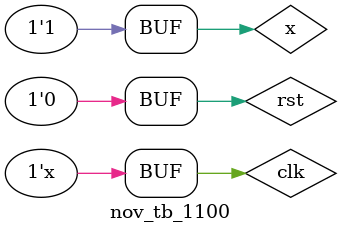
<source format=v>
`timescale 1ns/100ps
module nov_tb_1100;
  reg clk,rst,x;
  wire z;
  
  nov_sequence_1100 uut(clk,rst,x,z);
  always #5 clk=~clk;
  initial begin 
    clk=0; rst=1; x=0;
    rst=0;
    
    //011001011001
    x=0; #10;
    x=1; #10;
    x=1; #10;
    x=0; #10;
    x=0; #10;
    x=1; #10;
    x=0; #10;
    x=1; #10;
    x=1; #10;
    x=0; #10;
    x=0; #10;
    x=1; #10;
  end
endmodule

</source>
